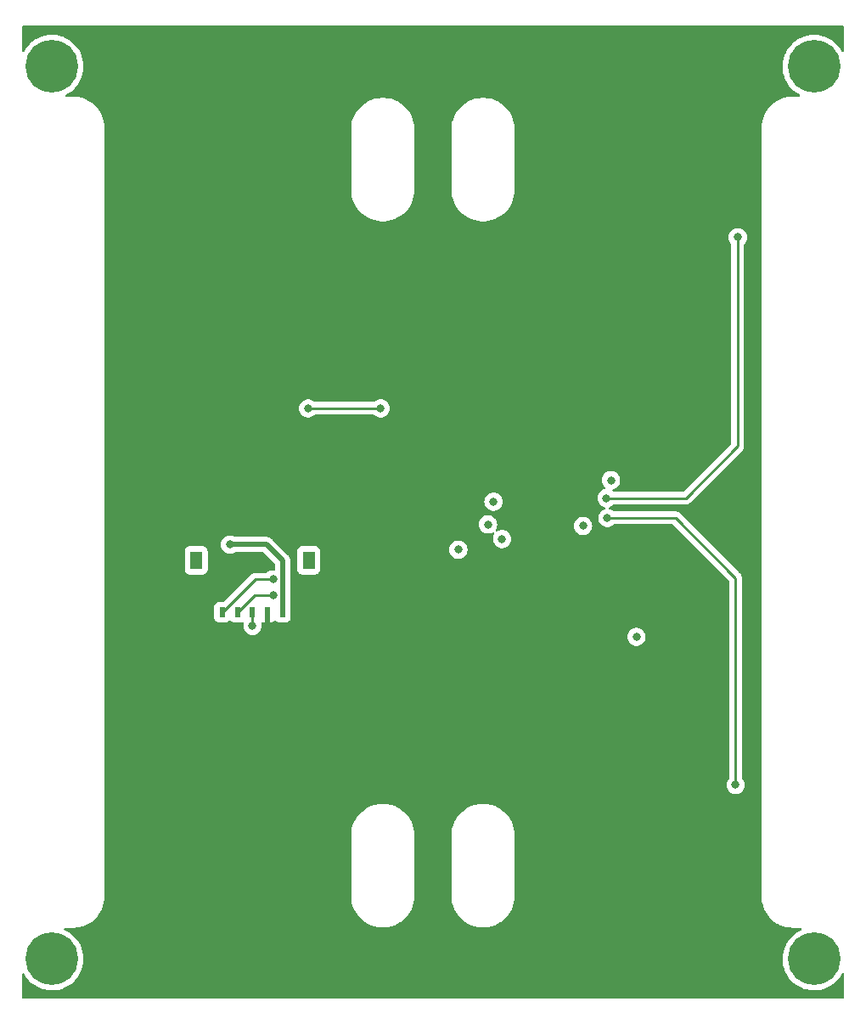
<source format=gbr>
%TF.GenerationSoftware,KiCad,Pcbnew,(6.0.11)*%
%TF.CreationDate,2023-03-22T15:14:06-07:00*%
%TF.ProjectId,solar-panel-NoCutout,736f6c61-722d-4706-916e-656c2d4e6f43,3.0*%
%TF.SameCoordinates,Original*%
%TF.FileFunction,Copper,L4,Bot*%
%TF.FilePolarity,Positive*%
%FSLAX46Y46*%
G04 Gerber Fmt 4.6, Leading zero omitted, Abs format (unit mm)*
G04 Created by KiCad (PCBNEW (6.0.11)) date 2023-03-22 15:14:06*
%MOMM*%
%LPD*%
G01*
G04 APERTURE LIST*
%TA.AperFunction,ComponentPad*%
%ADD10C,5.250000*%
%TD*%
%TA.AperFunction,SMDPad,CuDef*%
%ADD11R,0.600000X1.000000*%
%TD*%
%TA.AperFunction,SMDPad,CuDef*%
%ADD12R,1.250000X1.800000*%
%TD*%
%TA.AperFunction,ViaPad*%
%ADD13C,0.800000*%
%TD*%
%TA.AperFunction,Conductor*%
%ADD14C,0.250000*%
%TD*%
%TA.AperFunction,Conductor*%
%ADD15C,0.500000*%
%TD*%
G04 APERTURE END LIST*
D10*
%TO.P,J2,1,Pin_1*%
%TO.N,unconnected-(J2-Pad1)*%
X106500000Y-70300000D03*
%TD*%
%TO.P,J3,1,Pin_1*%
%TO.N,unconnected-(J3-Pad1)*%
X106500000Y-159300000D03*
%TD*%
%TO.P,J4,1,Pin_1*%
%TO.N,unconnected-(J4-Pad1)*%
X182500000Y-70300000D03*
%TD*%
%TO.P,J5,1,Pin_1*%
%TO.N,unconnected-(J5-Pad1)*%
X182500000Y-159300000D03*
%TD*%
D11*
%TO.P,J1,1,1*%
%TO.N,SDA*%
X123500000Y-124750000D03*
%TO.P,J1,2,2*%
%TO.N,SCL*%
X125000000Y-124750000D03*
%TO.P,J1,3,3*%
%TO.N,+3V3*%
X126499999Y-124750000D03*
%TO.P,J1,4,4*%
%TO.N,GND*%
X128000001Y-124750000D03*
%TO.P,J1,5,5*%
%TO.N,VSOLAR*%
X129500001Y-124750000D03*
D12*
%TO.P,J1,6,6*%
%TO.N,unconnected-(J1-Pad6)*%
X120895001Y-119560000D03*
%TO.P,J1,7,7*%
%TO.N,unconnected-(J1-Pad7)*%
X132104999Y-119560000D03*
%TD*%
D13*
%TO.N,GND*%
X168000000Y-156390000D03*
X156860000Y-113670000D03*
X160570000Y-109960000D03*
X144450000Y-156250000D03*
X149675000Y-112100000D03*
X121120000Y-156220000D03*
X124150000Y-116450000D03*
X137975000Y-112925000D03*
X160750000Y-114500000D03*
%TO.N,+3V3*%
X139300000Y-104410000D03*
X150540000Y-113710000D03*
X126510000Y-126100000D03*
X151390000Y-117440000D03*
X132050000Y-104410000D03*
%TO.N,VSOLAR*%
X124270000Y-118000000D03*
%TO.N,SDA*%
X147030000Y-118510000D03*
X128560000Y-121470000D03*
%TO.N,SCL*%
X128630000Y-123030000D03*
X149990000Y-115990000D03*
%TO.N,Net-(C3-Pad1)*%
X159470000Y-116130000D03*
X162260000Y-111570000D03*
%TO.N,Net-(U3-Pad7)*%
X161890000Y-115330000D03*
X174680000Y-141950000D03*
X161820000Y-113350000D03*
X164800000Y-127190000D03*
X174900000Y-87350000D03*
%TD*%
D14*
%TO.N,+3V3*%
X139300000Y-104410000D02*
X132050000Y-104410000D01*
X126499999Y-126089999D02*
X126510000Y-126100000D01*
X126499999Y-124750000D02*
X126499999Y-126089999D01*
D15*
%TO.N,VSOLAR*%
X129500001Y-119570001D02*
X129500001Y-124750000D01*
X127930000Y-118000000D02*
X129500001Y-119570001D01*
X124270000Y-118000000D02*
X127930000Y-118000000D01*
D14*
%TO.N,SDA*%
X126780000Y-121470000D02*
X128560000Y-121470000D01*
X123500000Y-124750000D02*
X126780000Y-121470000D01*
%TO.N,SCL*%
X125000000Y-124750000D02*
X126720000Y-123030000D01*
X126720000Y-123030000D02*
X128630000Y-123030000D01*
%TO.N,Net-(U3-Pad7)*%
X161820000Y-113350000D02*
X169720000Y-113350000D01*
X169720000Y-113350000D02*
X174900000Y-108170000D01*
X174900000Y-108170000D02*
X174900000Y-87350000D01*
X174680000Y-121310000D02*
X174680000Y-141950000D01*
X168700000Y-115330000D02*
X174680000Y-121310000D01*
X161890000Y-115330000D02*
X168700000Y-115330000D01*
%TD*%
%TA.AperFunction,Conductor*%
%TO.N,GND*%
G36*
X185433621Y-66278502D02*
G01*
X185480114Y-66332158D01*
X185491500Y-66384500D01*
X185491500Y-68746328D01*
X185471498Y-68814449D01*
X185417842Y-68860942D01*
X185347568Y-68871046D01*
X185282988Y-68841552D01*
X185255085Y-68807029D01*
X185163239Y-68639961D01*
X185163236Y-68639957D01*
X185161546Y-68636882D01*
X184959573Y-68350567D01*
X184726943Y-68088550D01*
X184724342Y-68086208D01*
X184724337Y-68086203D01*
X184469167Y-67856447D01*
X184469166Y-67856447D01*
X184466557Y-67854097D01*
X184428538Y-67826878D01*
X184184513Y-67652173D01*
X184184510Y-67652171D01*
X184181659Y-67650130D01*
X183875800Y-67479192D01*
X183552794Y-67343412D01*
X183549425Y-67342421D01*
X183549421Y-67342419D01*
X183401053Y-67298752D01*
X183216665Y-67244484D01*
X182940895Y-67195858D01*
X182875063Y-67184250D01*
X182875061Y-67184250D01*
X182871603Y-67183640D01*
X182868094Y-67183419D01*
X182868092Y-67183419D01*
X182525428Y-67161860D01*
X182525422Y-67161860D01*
X182521910Y-67161639D01*
X182424516Y-67166403D01*
X182175451Y-67178584D01*
X182175443Y-67178585D01*
X182171944Y-67178756D01*
X182168476Y-67179318D01*
X182168473Y-67179318D01*
X181829542Y-67234213D01*
X181829539Y-67234214D01*
X181826067Y-67234776D01*
X181822684Y-67235721D01*
X181822682Y-67235721D01*
X181787747Y-67245475D01*
X181488589Y-67329001D01*
X181485341Y-67330313D01*
X181485333Y-67330316D01*
X181166983Y-67458938D01*
X181166979Y-67458940D01*
X181163719Y-67460257D01*
X181160632Y-67461926D01*
X181160628Y-67461928D01*
X181131220Y-67477829D01*
X180855503Y-67626909D01*
X180567785Y-67826878D01*
X180565143Y-67829191D01*
X180565139Y-67829194D01*
X180326206Y-68038365D01*
X180304151Y-68057673D01*
X180067886Y-68316416D01*
X179861935Y-68599883D01*
X179860193Y-68602949D01*
X179860192Y-68602951D01*
X179839167Y-68639962D01*
X179688865Y-68904541D01*
X179550834Y-69226591D01*
X179449562Y-69562021D01*
X179386311Y-69906650D01*
X179361869Y-70256181D01*
X179376542Y-70606258D01*
X179430145Y-70952518D01*
X179522012Y-71290645D01*
X179523302Y-71293904D01*
X179523304Y-71293909D01*
X179572316Y-71417698D01*
X179650998Y-71616424D01*
X179652653Y-71619536D01*
X179652655Y-71619541D01*
X179712109Y-71731357D01*
X179815493Y-71925795D01*
X179817483Y-71928701D01*
X179817484Y-71928703D01*
X179891490Y-72036785D01*
X180013449Y-72214902D01*
X180242397Y-72480142D01*
X180499485Y-72718207D01*
X180781507Y-72926132D01*
X180784544Y-72927886D01*
X180784548Y-72927888D01*
X181059067Y-73086381D01*
X181108060Y-73137763D01*
X181121496Y-73207477D01*
X181095110Y-73273388D01*
X181037278Y-73314570D01*
X180996067Y-73321500D01*
X180475053Y-73321500D01*
X180453444Y-73319633D01*
X180440269Y-73317339D01*
X180440263Y-73317338D01*
X180435464Y-73316503D01*
X180422913Y-73316279D01*
X180418099Y-73316941D01*
X180416509Y-73317035D01*
X180407980Y-73317820D01*
X180268200Y-73324387D01*
X180091141Y-73332704D01*
X179762845Y-73383050D01*
X179759641Y-73383893D01*
X179759638Y-73383894D01*
X179681432Y-73404480D01*
X179441652Y-73467598D01*
X179131117Y-73585415D01*
X178834674Y-73735196D01*
X178831891Y-73736992D01*
X178558397Y-73913481D01*
X178558392Y-73913484D01*
X178555602Y-73915285D01*
X178296989Y-74123689D01*
X178061696Y-74358103D01*
X177852325Y-74615934D01*
X177671193Y-74894330D01*
X177520303Y-75190210D01*
X177519116Y-75193304D01*
X177519115Y-75193306D01*
X177493726Y-75259479D01*
X177401325Y-75500303D01*
X177400469Y-75503505D01*
X177400467Y-75503512D01*
X177358450Y-75660739D01*
X177315575Y-75821176D01*
X177264001Y-76149281D01*
X177258313Y-76261425D01*
X177248795Y-76449050D01*
X177247251Y-76463324D01*
X177246401Y-76468438D01*
X177246272Y-76480991D01*
X177246971Y-76485805D01*
X177246971Y-76485807D01*
X177250193Y-76507999D01*
X177251500Y-76526102D01*
X177251500Y-152986153D01*
X177249714Y-153007291D01*
X177246449Y-153026477D01*
X177246272Y-153039029D01*
X177246989Y-153044103D01*
X177248064Y-153055331D01*
X177248766Y-153069161D01*
X177264075Y-153370726D01*
X177264591Y-153374006D01*
X177313214Y-153683276D01*
X177315657Y-153698817D01*
X177316513Y-153702019D01*
X177316513Y-153702020D01*
X177400553Y-154016465D01*
X177400556Y-154016474D01*
X177401412Y-154019677D01*
X177402601Y-154022775D01*
X177402603Y-154022782D01*
X177408712Y-154038703D01*
X177520392Y-154329756D01*
X177521894Y-154332700D01*
X177521897Y-154332708D01*
X177669778Y-154622676D01*
X177671281Y-154625623D01*
X177852409Y-154904007D01*
X177854489Y-154906568D01*
X177854496Y-154906578D01*
X178045267Y-155141500D01*
X178061774Y-155161827D01*
X178098804Y-155198719D01*
X178282462Y-155381691D01*
X178297058Y-155396233D01*
X178299631Y-155398306D01*
X178299636Y-155398311D01*
X178475212Y-155539800D01*
X178555661Y-155604631D01*
X178558435Y-155606421D01*
X178558439Y-155606424D01*
X178579909Y-155620279D01*
X178834720Y-155784716D01*
X178837685Y-155786214D01*
X178837690Y-155786217D01*
X178857250Y-155796100D01*
X179131151Y-155934496D01*
X179441672Y-156052315D01*
X179444883Y-156053160D01*
X179444885Y-156053161D01*
X179445113Y-156053221D01*
X179762851Y-156136869D01*
X179766134Y-156137372D01*
X179766136Y-156137373D01*
X179993925Y-156172312D01*
X180091133Y-156187222D01*
X180094434Y-156187377D01*
X180094442Y-156187378D01*
X180390939Y-156201317D01*
X180405227Y-156202809D01*
X180405532Y-156202859D01*
X180405548Y-156202860D01*
X180410341Y-156203639D01*
X180415204Y-156203671D01*
X180415207Y-156203671D01*
X180416809Y-156203681D01*
X180422894Y-156203721D01*
X180448712Y-156199875D01*
X180467277Y-156198500D01*
X181163377Y-156198500D01*
X181231498Y-156218502D01*
X181277991Y-156272158D01*
X181288095Y-156342432D01*
X181258601Y-156407012D01*
X181210579Y-156441324D01*
X181163719Y-156460257D01*
X181160632Y-156461926D01*
X181160628Y-156461928D01*
X181131220Y-156477829D01*
X180855503Y-156626909D01*
X180567785Y-156826878D01*
X180565143Y-156829191D01*
X180565139Y-156829194D01*
X180326206Y-157038365D01*
X180304151Y-157057673D01*
X180067886Y-157316416D01*
X179861935Y-157599883D01*
X179860193Y-157602949D01*
X179860192Y-157602951D01*
X179839167Y-157639962D01*
X179688865Y-157904541D01*
X179550834Y-158226591D01*
X179449562Y-158562021D01*
X179386311Y-158906650D01*
X179361869Y-159256181D01*
X179376542Y-159606258D01*
X179430145Y-159952518D01*
X179522012Y-160290645D01*
X179523302Y-160293904D01*
X179523304Y-160293909D01*
X179572316Y-160417698D01*
X179650998Y-160616424D01*
X179652653Y-160619536D01*
X179652655Y-160619541D01*
X179712109Y-160731357D01*
X179815493Y-160925795D01*
X179817483Y-160928701D01*
X179817484Y-160928703D01*
X179891490Y-161036785D01*
X180013449Y-161214902D01*
X180242397Y-161480142D01*
X180499485Y-161718207D01*
X180781507Y-161926132D01*
X180784544Y-161927886D01*
X180784548Y-161927888D01*
X180945060Y-162020559D01*
X181084949Y-162101324D01*
X181088170Y-162102731D01*
X181402807Y-162240193D01*
X181402817Y-162240197D01*
X181406029Y-162241600D01*
X181409387Y-162242639D01*
X181409391Y-162242641D01*
X181545685Y-162284831D01*
X181740743Y-162345212D01*
X181744199Y-162345871D01*
X181744198Y-162345871D01*
X182081471Y-162410210D01*
X182081477Y-162410211D01*
X182084922Y-162410868D01*
X182316253Y-162428668D01*
X182430777Y-162437480D01*
X182430778Y-162437480D01*
X182434274Y-162437749D01*
X182666291Y-162429646D01*
X182780929Y-162425643D01*
X182780933Y-162425643D01*
X182784445Y-162425520D01*
X182787924Y-162425006D01*
X182787927Y-162425006D01*
X183127578Y-162374851D01*
X183127584Y-162374850D01*
X183131070Y-162374335D01*
X183134474Y-162373436D01*
X183134477Y-162373435D01*
X183466439Y-162285727D01*
X183466440Y-162285727D01*
X183469830Y-162284831D01*
X183796502Y-162158123D01*
X184107014Y-161995792D01*
X184397496Y-161799859D01*
X184664327Y-161572768D01*
X184749069Y-161482527D01*
X184901771Y-161319916D01*
X184901775Y-161319911D01*
X184904182Y-161317348D01*
X185114071Y-161036785D01*
X185219416Y-160857229D01*
X185256823Y-160793469D01*
X185308546Y-160744836D01*
X185378352Y-160731886D01*
X185444077Y-160758732D01*
X185484855Y-160816850D01*
X185491500Y-160857229D01*
X185491500Y-163115500D01*
X185471498Y-163183621D01*
X185417842Y-163230114D01*
X185365500Y-163241500D01*
X103634500Y-163241500D01*
X103566379Y-163221498D01*
X103519886Y-163167842D01*
X103508500Y-163115500D01*
X103508500Y-160853782D01*
X103528502Y-160785661D01*
X103582158Y-160739168D01*
X103652432Y-160729064D01*
X103717012Y-160758558D01*
X103745751Y-160794629D01*
X103815493Y-160925795D01*
X103817483Y-160928701D01*
X103817484Y-160928703D01*
X103891490Y-161036785D01*
X104013449Y-161214902D01*
X104242397Y-161480142D01*
X104499485Y-161718207D01*
X104781507Y-161926132D01*
X104784544Y-161927886D01*
X104784548Y-161927888D01*
X104945060Y-162020559D01*
X105084949Y-162101324D01*
X105088170Y-162102731D01*
X105402807Y-162240193D01*
X105402817Y-162240197D01*
X105406029Y-162241600D01*
X105409387Y-162242639D01*
X105409391Y-162242641D01*
X105545685Y-162284831D01*
X105740743Y-162345212D01*
X105744199Y-162345871D01*
X105744198Y-162345871D01*
X106081471Y-162410210D01*
X106081477Y-162410211D01*
X106084922Y-162410868D01*
X106316253Y-162428668D01*
X106430777Y-162437480D01*
X106430778Y-162437480D01*
X106434274Y-162437749D01*
X106666291Y-162429646D01*
X106780929Y-162425643D01*
X106780933Y-162425643D01*
X106784445Y-162425520D01*
X106787924Y-162425006D01*
X106787927Y-162425006D01*
X107127578Y-162374851D01*
X107127584Y-162374850D01*
X107131070Y-162374335D01*
X107134474Y-162373436D01*
X107134477Y-162373435D01*
X107466439Y-162285727D01*
X107466440Y-162285727D01*
X107469830Y-162284831D01*
X107796502Y-162158123D01*
X108107014Y-161995792D01*
X108397496Y-161799859D01*
X108664327Y-161572768D01*
X108749069Y-161482527D01*
X108901771Y-161319916D01*
X108901775Y-161319911D01*
X108904182Y-161317348D01*
X109114071Y-161036785D01*
X109291377Y-160734573D01*
X109293830Y-160729064D01*
X109432459Y-160417698D01*
X109432461Y-160417693D01*
X109433891Y-160414481D01*
X109539837Y-160080498D01*
X109607894Y-159736786D01*
X109637213Y-159387630D01*
X109638437Y-159300000D01*
X109636185Y-159259708D01*
X109619074Y-158953671D01*
X109618878Y-158950162D01*
X109560445Y-158604684D01*
X109463866Y-158267873D01*
X109416818Y-158153726D01*
X109331683Y-157947171D01*
X109331679Y-157947163D01*
X109330345Y-157943926D01*
X109161546Y-157636882D01*
X108959573Y-157350567D01*
X108726943Y-157088550D01*
X108724342Y-157086208D01*
X108724337Y-157086203D01*
X108469167Y-156856447D01*
X108469166Y-156856447D01*
X108466557Y-156854097D01*
X108428538Y-156826878D01*
X108184513Y-156652173D01*
X108184510Y-156652171D01*
X108181659Y-156650130D01*
X107875800Y-156479192D01*
X107819145Y-156455376D01*
X107784125Y-156440655D01*
X107729078Y-156395817D01*
X107707010Y-156328337D01*
X107724929Y-156259639D01*
X107777143Y-156211534D01*
X107832952Y-156198500D01*
X108524960Y-156198500D01*
X108546564Y-156200366D01*
X108559756Y-156202662D01*
X108559759Y-156202662D01*
X108564555Y-156203497D01*
X108569421Y-156203584D01*
X108569423Y-156203584D01*
X108570733Y-156203607D01*
X108577106Y-156203721D01*
X108581928Y-156203058D01*
X108583526Y-156202963D01*
X108592020Y-156202181D01*
X108738411Y-156195299D01*
X108905564Y-156187441D01*
X108905572Y-156187440D01*
X108908873Y-156187285D01*
X109098949Y-156158130D01*
X109233877Y-156137434D01*
X109233879Y-156137434D01*
X109237162Y-156136930D01*
X109472036Y-156075097D01*
X109555134Y-156053221D01*
X109555137Y-156053220D01*
X109558347Y-156052375D01*
X109868875Y-155934554D01*
X109871842Y-155933055D01*
X110162341Y-155786272D01*
X110162346Y-155786269D01*
X110165311Y-155784771D01*
X110324843Y-155681820D01*
X110441598Y-155606475D01*
X110441602Y-155606472D01*
X110444376Y-155604682D01*
X110557010Y-155513915D01*
X110700406Y-155398358D01*
X110700411Y-155398353D01*
X110702984Y-155396280D01*
X110938273Y-155161870D01*
X111032660Y-155045638D01*
X111145554Y-154906616D01*
X111145559Y-154906609D01*
X111147642Y-154904044D01*
X111328774Y-154625655D01*
X111330272Y-154622718D01*
X111330277Y-154622709D01*
X111478162Y-154332728D01*
X111479665Y-154329781D01*
X111480864Y-154326658D01*
X111597458Y-154022798D01*
X111598648Y-154019697D01*
X111684405Y-153698830D01*
X111686851Y-153683276D01*
X111735472Y-153374012D01*
X111735473Y-153374006D01*
X111735988Y-153370732D01*
X111751204Y-153070967D01*
X111752748Y-153056694D01*
X111753599Y-153051581D01*
X111753728Y-153039029D01*
X111751286Y-153022203D01*
X111749806Y-153012005D01*
X111748500Y-152993908D01*
X111748500Y-152993724D01*
X136336309Y-152993724D01*
X136337130Y-153000000D01*
X136336861Y-153000000D01*
X136355403Y-153341995D01*
X136410813Y-153679981D01*
X136502441Y-154009995D01*
X136629213Y-154328168D01*
X136789642Y-154630769D01*
X136791550Y-154633584D01*
X136791553Y-154633588D01*
X136941399Y-154854593D01*
X136981847Y-154914250D01*
X137203575Y-155175289D01*
X137452227Y-155410825D01*
X137724887Y-155618095D01*
X137727816Y-155619858D01*
X137727820Y-155619860D01*
X137776421Y-155649102D01*
X138018359Y-155794671D01*
X138329202Y-155938482D01*
X138332440Y-155939573D01*
X138332445Y-155939575D01*
X138650535Y-156046753D01*
X138650541Y-156046755D01*
X138653771Y-156047843D01*
X138677931Y-156053161D01*
X138984930Y-156120736D01*
X138984934Y-156120737D01*
X138988261Y-156121469D01*
X138991651Y-156121838D01*
X138991653Y-156121838D01*
X139049820Y-156128164D01*
X139328751Y-156158500D01*
X139671249Y-156158500D01*
X139950180Y-156128164D01*
X140008347Y-156121838D01*
X140008349Y-156121838D01*
X140011739Y-156121469D01*
X140015066Y-156120737D01*
X140015070Y-156120736D01*
X140322069Y-156053161D01*
X140346229Y-156047843D01*
X140349459Y-156046755D01*
X140349465Y-156046753D01*
X140667555Y-155939575D01*
X140667560Y-155939573D01*
X140670798Y-155938482D01*
X140981641Y-155794671D01*
X141223579Y-155649102D01*
X141272180Y-155619860D01*
X141272184Y-155619858D01*
X141275113Y-155618095D01*
X141547773Y-155410825D01*
X141796425Y-155175289D01*
X142018153Y-154914250D01*
X142058602Y-154854593D01*
X142208447Y-154633588D01*
X142208450Y-154633584D01*
X142210358Y-154630769D01*
X142370787Y-154328168D01*
X142497559Y-154009995D01*
X142589187Y-153679981D01*
X142644597Y-153341995D01*
X142659291Y-153070971D01*
X142661543Y-153029444D01*
X142662345Y-153022204D01*
X142662334Y-153022203D01*
X142662770Y-153017345D01*
X142663576Y-153012552D01*
X142663729Y-153000000D01*
X142662830Y-152993724D01*
X146336309Y-152993724D01*
X146337130Y-153000000D01*
X146336861Y-153000000D01*
X146355403Y-153341995D01*
X146410813Y-153679981D01*
X146502441Y-154009995D01*
X146629213Y-154328168D01*
X146789642Y-154630769D01*
X146791550Y-154633584D01*
X146791553Y-154633588D01*
X146941399Y-154854593D01*
X146981847Y-154914250D01*
X147203575Y-155175289D01*
X147452227Y-155410825D01*
X147724887Y-155618095D01*
X147727816Y-155619858D01*
X147727820Y-155619860D01*
X147776421Y-155649102D01*
X148018359Y-155794671D01*
X148329202Y-155938482D01*
X148332440Y-155939573D01*
X148332445Y-155939575D01*
X148650535Y-156046753D01*
X148650541Y-156046755D01*
X148653771Y-156047843D01*
X148677931Y-156053161D01*
X148984930Y-156120736D01*
X148984934Y-156120737D01*
X148988261Y-156121469D01*
X148991651Y-156121838D01*
X148991653Y-156121838D01*
X149049820Y-156128164D01*
X149328751Y-156158500D01*
X149671249Y-156158500D01*
X149950180Y-156128164D01*
X150008347Y-156121838D01*
X150008349Y-156121838D01*
X150011739Y-156121469D01*
X150015066Y-156120737D01*
X150015070Y-156120736D01*
X150322069Y-156053161D01*
X150346229Y-156047843D01*
X150349459Y-156046755D01*
X150349465Y-156046753D01*
X150667555Y-155939575D01*
X150667560Y-155939573D01*
X150670798Y-155938482D01*
X150981641Y-155794671D01*
X151223579Y-155649102D01*
X151272180Y-155619860D01*
X151272184Y-155619858D01*
X151275113Y-155618095D01*
X151547773Y-155410825D01*
X151796425Y-155175289D01*
X152018153Y-154914250D01*
X152058602Y-154854593D01*
X152208447Y-154633588D01*
X152208450Y-154633584D01*
X152210358Y-154630769D01*
X152370787Y-154328168D01*
X152497559Y-154009995D01*
X152589187Y-153679981D01*
X152644597Y-153341995D01*
X152659291Y-153070971D01*
X152661543Y-153029444D01*
X152662345Y-153022204D01*
X152662334Y-153022203D01*
X152662770Y-153017345D01*
X152663576Y-153012552D01*
X152663729Y-153000000D01*
X152659773Y-152972376D01*
X152658500Y-152954514D01*
X152658500Y-147053250D01*
X152660246Y-147032345D01*
X152662770Y-147017344D01*
X152662770Y-147017341D01*
X152663576Y-147012552D01*
X152663729Y-147000000D01*
X152663040Y-146995188D01*
X152662724Y-146990331D01*
X152662726Y-146990331D01*
X152662479Y-146987825D01*
X152662323Y-146984932D01*
X152655043Y-146850673D01*
X152644782Y-146661408D01*
X152644781Y-146661399D01*
X152644597Y-146658005D01*
X152589187Y-146320019D01*
X152497559Y-145990005D01*
X152370787Y-145671832D01*
X152210358Y-145369231D01*
X152208447Y-145366412D01*
X152020062Y-145088565D01*
X152020058Y-145088560D01*
X152018153Y-145085750D01*
X151796425Y-144824711D01*
X151547773Y-144589175D01*
X151275113Y-144381905D01*
X150981641Y-144205329D01*
X150670798Y-144061518D01*
X150667560Y-144060427D01*
X150667555Y-144060425D01*
X150349465Y-143953247D01*
X150349459Y-143953245D01*
X150346229Y-143952157D01*
X150248644Y-143930677D01*
X150015070Y-143879264D01*
X150015066Y-143879263D01*
X150011739Y-143878531D01*
X150008349Y-143878162D01*
X150008347Y-143878162D01*
X149950180Y-143871836D01*
X149671249Y-143841500D01*
X149328751Y-143841500D01*
X149049820Y-143871836D01*
X148991653Y-143878162D01*
X148991651Y-143878162D01*
X148988261Y-143878531D01*
X148984934Y-143879263D01*
X148984930Y-143879264D01*
X148751356Y-143930677D01*
X148653771Y-143952157D01*
X148650541Y-143953245D01*
X148650535Y-143953247D01*
X148332445Y-144060425D01*
X148332440Y-144060427D01*
X148329202Y-144061518D01*
X148018359Y-144205329D01*
X147724887Y-144381905D01*
X147452227Y-144589175D01*
X147203575Y-144824711D01*
X146981847Y-145085750D01*
X146979942Y-145088560D01*
X146979938Y-145088565D01*
X146791553Y-145366412D01*
X146789642Y-145369231D01*
X146629213Y-145671832D01*
X146502441Y-145990005D01*
X146410813Y-146320019D01*
X146355403Y-146658005D01*
X146355218Y-146661425D01*
X146338021Y-146978611D01*
X146337733Y-146981360D01*
X146337712Y-146983122D01*
X146337769Y-146983258D01*
X146337678Y-146984932D01*
X146336309Y-146993724D01*
X146336940Y-146998548D01*
X146336861Y-147000000D01*
X146337130Y-147000000D01*
X146337958Y-147006332D01*
X146340436Y-147025283D01*
X146341500Y-147041620D01*
X146341500Y-152950633D01*
X146340000Y-152970018D01*
X146336309Y-152993724D01*
X142662830Y-152993724D01*
X142659773Y-152972376D01*
X142658500Y-152954514D01*
X142658500Y-147053250D01*
X142660246Y-147032345D01*
X142662770Y-147017344D01*
X142662770Y-147017341D01*
X142663576Y-147012552D01*
X142663729Y-147000000D01*
X142663040Y-146995188D01*
X142662724Y-146990331D01*
X142662726Y-146990331D01*
X142662479Y-146987825D01*
X142662323Y-146984932D01*
X142655043Y-146850673D01*
X142644782Y-146661408D01*
X142644781Y-146661399D01*
X142644597Y-146658005D01*
X142589187Y-146320019D01*
X142497559Y-145990005D01*
X142370787Y-145671832D01*
X142210358Y-145369231D01*
X142208447Y-145366412D01*
X142020062Y-145088565D01*
X142020058Y-145088560D01*
X142018153Y-145085750D01*
X141796425Y-144824711D01*
X141547773Y-144589175D01*
X141275113Y-144381905D01*
X140981641Y-144205329D01*
X140670798Y-144061518D01*
X140667560Y-144060427D01*
X140667555Y-144060425D01*
X140349465Y-143953247D01*
X140349459Y-143953245D01*
X140346229Y-143952157D01*
X140248644Y-143930677D01*
X140015070Y-143879264D01*
X140015066Y-143879263D01*
X140011739Y-143878531D01*
X140008349Y-143878162D01*
X140008347Y-143878162D01*
X139950180Y-143871836D01*
X139671249Y-143841500D01*
X139328751Y-143841500D01*
X139049820Y-143871836D01*
X138991653Y-143878162D01*
X138991651Y-143878162D01*
X138988261Y-143878531D01*
X138984934Y-143879263D01*
X138984930Y-143879264D01*
X138751356Y-143930677D01*
X138653771Y-143952157D01*
X138650541Y-143953245D01*
X138650535Y-143953247D01*
X138332445Y-144060425D01*
X138332440Y-144060427D01*
X138329202Y-144061518D01*
X138018359Y-144205329D01*
X137724887Y-144381905D01*
X137452227Y-144589175D01*
X137203575Y-144824711D01*
X136981847Y-145085750D01*
X136979942Y-145088560D01*
X136979938Y-145088565D01*
X136791553Y-145366412D01*
X136789642Y-145369231D01*
X136629213Y-145671832D01*
X136502441Y-145990005D01*
X136410813Y-146320019D01*
X136355403Y-146658005D01*
X136355218Y-146661425D01*
X136338021Y-146978611D01*
X136337733Y-146981360D01*
X136337712Y-146983122D01*
X136337769Y-146983258D01*
X136337678Y-146984932D01*
X136336309Y-146993724D01*
X136336940Y-146998548D01*
X136336861Y-147000000D01*
X136337130Y-147000000D01*
X136337958Y-147006332D01*
X136340436Y-147025283D01*
X136341500Y-147041620D01*
X136341500Y-152950633D01*
X136340000Y-152970018D01*
X136336309Y-152993724D01*
X111748500Y-152993724D01*
X111748500Y-127190000D01*
X163886496Y-127190000D01*
X163906458Y-127379928D01*
X163965473Y-127561556D01*
X164060960Y-127726944D01*
X164188747Y-127868866D01*
X164343248Y-127981118D01*
X164349276Y-127983802D01*
X164349278Y-127983803D01*
X164511681Y-128056109D01*
X164517712Y-128058794D01*
X164611112Y-128078647D01*
X164698056Y-128097128D01*
X164698061Y-128097128D01*
X164704513Y-128098500D01*
X164895487Y-128098500D01*
X164901939Y-128097128D01*
X164901944Y-128097128D01*
X164988888Y-128078647D01*
X165082288Y-128058794D01*
X165088319Y-128056109D01*
X165250722Y-127983803D01*
X165250724Y-127983802D01*
X165256752Y-127981118D01*
X165411253Y-127868866D01*
X165539040Y-127726944D01*
X165634527Y-127561556D01*
X165693542Y-127379928D01*
X165713504Y-127190000D01*
X165693542Y-127000072D01*
X165634527Y-126818444D01*
X165613919Y-126782749D01*
X165542341Y-126658774D01*
X165539040Y-126653056D01*
X165411253Y-126511134D01*
X165256752Y-126398882D01*
X165250724Y-126396198D01*
X165250722Y-126396197D01*
X165088319Y-126323891D01*
X165088318Y-126323891D01*
X165082288Y-126321206D01*
X164988887Y-126301353D01*
X164901944Y-126282872D01*
X164901939Y-126282872D01*
X164895487Y-126281500D01*
X164704513Y-126281500D01*
X164698061Y-126282872D01*
X164698056Y-126282872D01*
X164611113Y-126301353D01*
X164517712Y-126321206D01*
X164511682Y-126323891D01*
X164511681Y-126323891D01*
X164349278Y-126396197D01*
X164349276Y-126396198D01*
X164343248Y-126398882D01*
X164188747Y-126511134D01*
X164060960Y-126653056D01*
X164057659Y-126658774D01*
X163986082Y-126782749D01*
X163965473Y-126818444D01*
X163906458Y-127000072D01*
X163886496Y-127190000D01*
X111748500Y-127190000D01*
X111748500Y-125298134D01*
X122691500Y-125298134D01*
X122698255Y-125360316D01*
X122749385Y-125496705D01*
X122836739Y-125613261D01*
X122953295Y-125700615D01*
X123089684Y-125751745D01*
X123151866Y-125758500D01*
X123848134Y-125758500D01*
X123910316Y-125751745D01*
X124046705Y-125700615D01*
X124163261Y-125613261D01*
X124164187Y-125612026D01*
X124223217Y-125579792D01*
X124294032Y-125584857D01*
X124335355Y-125611414D01*
X124336739Y-125613261D01*
X124453295Y-125700615D01*
X124589684Y-125751745D01*
X124651866Y-125758500D01*
X125348134Y-125758500D01*
X125410316Y-125751745D01*
X125417712Y-125748973D01*
X125417718Y-125748971D01*
X125458754Y-125733587D01*
X125529561Y-125728404D01*
X125591930Y-125762325D01*
X125626059Y-125824581D01*
X125622816Y-125890504D01*
X125616458Y-125910072D01*
X125596496Y-126100000D01*
X125616458Y-126289928D01*
X125675473Y-126471556D01*
X125678776Y-126477278D01*
X125678777Y-126477279D01*
X125698323Y-126511134D01*
X125770960Y-126636944D01*
X125898747Y-126778866D01*
X126053248Y-126891118D01*
X126059276Y-126893802D01*
X126059278Y-126893803D01*
X126221681Y-126966109D01*
X126227712Y-126968794D01*
X126321112Y-126988647D01*
X126408056Y-127007128D01*
X126408061Y-127007128D01*
X126414513Y-127008500D01*
X126605487Y-127008500D01*
X126611939Y-127007128D01*
X126611944Y-127007128D01*
X126698888Y-126988647D01*
X126792288Y-126968794D01*
X126798319Y-126966109D01*
X126960722Y-126893803D01*
X126960724Y-126893802D01*
X126966752Y-126891118D01*
X127121253Y-126778866D01*
X127249040Y-126636944D01*
X127321677Y-126511134D01*
X127341223Y-126477279D01*
X127341224Y-126477278D01*
X127344527Y-126471556D01*
X127403542Y-126289928D01*
X127423504Y-126100000D01*
X127403542Y-125910072D01*
X127401501Y-125903790D01*
X127399760Y-125898430D01*
X127397735Y-125827463D01*
X127434399Y-125766666D01*
X127498112Y-125735343D01*
X127563825Y-125741516D01*
X127582399Y-125748479D01*
X127597650Y-125752105D01*
X127648515Y-125757631D01*
X127655329Y-125758000D01*
X127727886Y-125758000D01*
X127743125Y-125753525D01*
X127744330Y-125752135D01*
X127746001Y-125744452D01*
X127746001Y-124622000D01*
X127766003Y-124553879D01*
X127819659Y-124507386D01*
X127872001Y-124496000D01*
X128128001Y-124496000D01*
X128196122Y-124516002D01*
X128242615Y-124569658D01*
X128254001Y-124622000D01*
X128254001Y-125739884D01*
X128258476Y-125755123D01*
X128259866Y-125756328D01*
X128267549Y-125757999D01*
X128344670Y-125757999D01*
X128351491Y-125757629D01*
X128402353Y-125752105D01*
X128417605Y-125748479D01*
X128538055Y-125703324D01*
X128553650Y-125694786D01*
X128655725Y-125618285D01*
X128660549Y-125613461D01*
X128722861Y-125579435D01*
X128793676Y-125584500D01*
X128835172Y-125611168D01*
X128836740Y-125613261D01*
X128953296Y-125700615D01*
X129089685Y-125751745D01*
X129151867Y-125758500D01*
X129848135Y-125758500D01*
X129910317Y-125751745D01*
X130046706Y-125700615D01*
X130163262Y-125613261D01*
X130250616Y-125496705D01*
X130301746Y-125360316D01*
X130308501Y-125298134D01*
X130308501Y-124201866D01*
X130308132Y-124198469D01*
X130302599Y-124147534D01*
X130302599Y-124147532D01*
X130301746Y-124139684D01*
X130298973Y-124132285D01*
X130266519Y-124045716D01*
X130258501Y-124001487D01*
X130258501Y-120508134D01*
X130971499Y-120508134D01*
X130978254Y-120570316D01*
X131029384Y-120706705D01*
X131116738Y-120823261D01*
X131233294Y-120910615D01*
X131369683Y-120961745D01*
X131431865Y-120968500D01*
X132778133Y-120968500D01*
X132840315Y-120961745D01*
X132976704Y-120910615D01*
X133093260Y-120823261D01*
X133180614Y-120706705D01*
X133231744Y-120570316D01*
X133238499Y-120508134D01*
X133238499Y-118611866D01*
X133231744Y-118549684D01*
X133216867Y-118510000D01*
X146116496Y-118510000D01*
X146117186Y-118516565D01*
X146127562Y-118615283D01*
X146136458Y-118699928D01*
X146195473Y-118881556D01*
X146290960Y-119046944D01*
X146418747Y-119188866D01*
X146573248Y-119301118D01*
X146579276Y-119303802D01*
X146579278Y-119303803D01*
X146628469Y-119325704D01*
X146747712Y-119378794D01*
X146820756Y-119394320D01*
X146928056Y-119417128D01*
X146928061Y-119417128D01*
X146934513Y-119418500D01*
X147125487Y-119418500D01*
X147131939Y-119417128D01*
X147131944Y-119417128D01*
X147239244Y-119394320D01*
X147312288Y-119378794D01*
X147431531Y-119325704D01*
X147480722Y-119303803D01*
X147480724Y-119303802D01*
X147486752Y-119301118D01*
X147641253Y-119188866D01*
X147769040Y-119046944D01*
X147864527Y-118881556D01*
X147923542Y-118699928D01*
X147932439Y-118615283D01*
X147942814Y-118516565D01*
X147943504Y-118510000D01*
X147923542Y-118320072D01*
X147864527Y-118138444D01*
X147855466Y-118122749D01*
X147772341Y-117978774D01*
X147769040Y-117973056D01*
X147641253Y-117831134D01*
X147486752Y-117718882D01*
X147480724Y-117716198D01*
X147480722Y-117716197D01*
X147318319Y-117643891D01*
X147318318Y-117643891D01*
X147312288Y-117641206D01*
X147218888Y-117621353D01*
X147131944Y-117602872D01*
X147131939Y-117602872D01*
X147125487Y-117601500D01*
X146934513Y-117601500D01*
X146928061Y-117602872D01*
X146928056Y-117602872D01*
X146841112Y-117621353D01*
X146747712Y-117641206D01*
X146741682Y-117643891D01*
X146741681Y-117643891D01*
X146579278Y-117716197D01*
X146579276Y-117716198D01*
X146573248Y-117718882D01*
X146418747Y-117831134D01*
X146290960Y-117973056D01*
X146287659Y-117978774D01*
X146204535Y-118122749D01*
X146195473Y-118138444D01*
X146136458Y-118320072D01*
X146116496Y-118510000D01*
X133216867Y-118510000D01*
X133180614Y-118413295D01*
X133093260Y-118296739D01*
X132976704Y-118209385D01*
X132840315Y-118158255D01*
X132778133Y-118151500D01*
X131431865Y-118151500D01*
X131369683Y-118158255D01*
X131233294Y-118209385D01*
X131116738Y-118296739D01*
X131029384Y-118413295D01*
X130978254Y-118549684D01*
X130971499Y-118611866D01*
X130971499Y-120508134D01*
X130258501Y-120508134D01*
X130258501Y-119637071D01*
X130259934Y-119618121D01*
X130262100Y-119603886D01*
X130262100Y-119603882D01*
X130263200Y-119596652D01*
X130258916Y-119543983D01*
X130258501Y-119533768D01*
X130258501Y-119525708D01*
X130255210Y-119497481D01*
X130254779Y-119493122D01*
X130249454Y-119427661D01*
X130248861Y-119420365D01*
X130246606Y-119413404D01*
X130245419Y-119407464D01*
X130244030Y-119401589D01*
X130243183Y-119394320D01*
X130218265Y-119325671D01*
X130216848Y-119321543D01*
X130196608Y-119259065D01*
X130196607Y-119259063D01*
X130194352Y-119252102D01*
X130190556Y-119245847D01*
X130188050Y-119240373D01*
X130185331Y-119234943D01*
X130182834Y-119228064D01*
X130159680Y-119192749D01*
X130142815Y-119167025D01*
X130140468Y-119163306D01*
X130102596Y-119100894D01*
X130095198Y-119092517D01*
X130095225Y-119092493D01*
X130092572Y-119089501D01*
X130089869Y-119086268D01*
X130085857Y-119080149D01*
X130029618Y-119026873D01*
X130027176Y-119024495D01*
X128513770Y-117511089D01*
X128501384Y-117496677D01*
X128492851Y-117485082D01*
X128492846Y-117485077D01*
X128488508Y-117479182D01*
X128482930Y-117474443D01*
X128482927Y-117474440D01*
X128448232Y-117444965D01*
X128440716Y-117438035D01*
X128435021Y-117432340D01*
X128428880Y-117427482D01*
X128412749Y-117414719D01*
X128409345Y-117411928D01*
X128359297Y-117369409D01*
X128359295Y-117369408D01*
X128353715Y-117364667D01*
X128347199Y-117361339D01*
X128342150Y-117357972D01*
X128337021Y-117354805D01*
X128331284Y-117350266D01*
X128265125Y-117319345D01*
X128261225Y-117317439D01*
X128260857Y-117317251D01*
X128196192Y-117284231D01*
X128189084Y-117282492D01*
X128183441Y-117280393D01*
X128177678Y-117278476D01*
X128171050Y-117275378D01*
X128099583Y-117260513D01*
X128095299Y-117259543D01*
X128083415Y-117256635D01*
X128024390Y-117242192D01*
X128018788Y-117241844D01*
X128018785Y-117241844D01*
X128013236Y-117241500D01*
X128013238Y-117241464D01*
X128009245Y-117241225D01*
X128005053Y-117240851D01*
X127997885Y-117239360D01*
X127931675Y-117241151D01*
X127920479Y-117241454D01*
X127917072Y-117241500D01*
X124812587Y-117241500D01*
X124738528Y-117217437D01*
X124732098Y-117212765D01*
X124732091Y-117212761D01*
X124726752Y-117208882D01*
X124720724Y-117206198D01*
X124720722Y-117206197D01*
X124558319Y-117133891D01*
X124558318Y-117133891D01*
X124552288Y-117131206D01*
X124458888Y-117111353D01*
X124371944Y-117092872D01*
X124371939Y-117092872D01*
X124365487Y-117091500D01*
X124174513Y-117091500D01*
X124168061Y-117092872D01*
X124168056Y-117092872D01*
X124081112Y-117111353D01*
X123987712Y-117131206D01*
X123981682Y-117133891D01*
X123981681Y-117133891D01*
X123819278Y-117206197D01*
X123819276Y-117206198D01*
X123813248Y-117208882D01*
X123807907Y-117212762D01*
X123807906Y-117212763D01*
X123801473Y-117217437D01*
X123658747Y-117321134D01*
X123654326Y-117326044D01*
X123654325Y-117326045D01*
X123545809Y-117446565D01*
X123530960Y-117463056D01*
X123435473Y-117628444D01*
X123376458Y-117810072D01*
X123375768Y-117816633D01*
X123375768Y-117816635D01*
X123374652Y-117827251D01*
X123356496Y-118000000D01*
X123357186Y-118006565D01*
X123373421Y-118161029D01*
X123376458Y-118189928D01*
X123435473Y-118371556D01*
X123530960Y-118536944D01*
X123658747Y-118678866D01*
X123696377Y-118706206D01*
X123807904Y-118787235D01*
X123813248Y-118791118D01*
X123819276Y-118793802D01*
X123819278Y-118793803D01*
X123981681Y-118866109D01*
X123987712Y-118868794D01*
X124074677Y-118887279D01*
X124168056Y-118907128D01*
X124168061Y-118907128D01*
X124174513Y-118908500D01*
X124365487Y-118908500D01*
X124371939Y-118907128D01*
X124371944Y-118907128D01*
X124465323Y-118887279D01*
X124552288Y-118868794D01*
X124558319Y-118866109D01*
X124720722Y-118793803D01*
X124720724Y-118793802D01*
X124726752Y-118791118D01*
X124732091Y-118787239D01*
X124732098Y-118787235D01*
X124738528Y-118782563D01*
X124812587Y-118758500D01*
X127563629Y-118758500D01*
X127631750Y-118778502D01*
X127652724Y-118795405D01*
X128704596Y-119847277D01*
X128738622Y-119909589D01*
X128741501Y-119936372D01*
X128741501Y-120435500D01*
X128721499Y-120503621D01*
X128667843Y-120550114D01*
X128615501Y-120561500D01*
X128464513Y-120561500D01*
X128458061Y-120562872D01*
X128458056Y-120562872D01*
X128378499Y-120579783D01*
X128277712Y-120601206D01*
X128271682Y-120603891D01*
X128271681Y-120603891D01*
X128109278Y-120676197D01*
X128109276Y-120676198D01*
X128103248Y-120678882D01*
X128097907Y-120682762D01*
X128097906Y-120682763D01*
X128064953Y-120706705D01*
X127948747Y-120791134D01*
X127944332Y-120796037D01*
X127939420Y-120800460D01*
X127938295Y-120799211D01*
X127884986Y-120832051D01*
X127851800Y-120836500D01*
X126858763Y-120836500D01*
X126847579Y-120835973D01*
X126840091Y-120834299D01*
X126832168Y-120834548D01*
X126772033Y-120836438D01*
X126768075Y-120836500D01*
X126740144Y-120836500D01*
X126736229Y-120836995D01*
X126736225Y-120836995D01*
X126736167Y-120837003D01*
X126736138Y-120837006D01*
X126724296Y-120837939D01*
X126680110Y-120839327D01*
X126662744Y-120844372D01*
X126660658Y-120844978D01*
X126641306Y-120848986D01*
X126629068Y-120850532D01*
X126629066Y-120850533D01*
X126621203Y-120851526D01*
X126580086Y-120867806D01*
X126568885Y-120871641D01*
X126526406Y-120883982D01*
X126519587Y-120888015D01*
X126519582Y-120888017D01*
X126508971Y-120894293D01*
X126491221Y-120902990D01*
X126472383Y-120910448D01*
X126465967Y-120915109D01*
X126465966Y-120915110D01*
X126436625Y-120936428D01*
X126426701Y-120942947D01*
X126395460Y-120961422D01*
X126395455Y-120961426D01*
X126388637Y-120965458D01*
X126374313Y-120979782D01*
X126359281Y-120992621D01*
X126342893Y-121004528D01*
X126329090Y-121021213D01*
X126314712Y-121038593D01*
X126306722Y-121047373D01*
X123649500Y-123704595D01*
X123587188Y-123738621D01*
X123560405Y-123741500D01*
X123151866Y-123741500D01*
X123089684Y-123748255D01*
X122953295Y-123799385D01*
X122836739Y-123886739D01*
X122749385Y-124003295D01*
X122698255Y-124139684D01*
X122691500Y-124201866D01*
X122691500Y-125298134D01*
X111748500Y-125298134D01*
X111748500Y-120508134D01*
X119761501Y-120508134D01*
X119768256Y-120570316D01*
X119819386Y-120706705D01*
X119906740Y-120823261D01*
X120023296Y-120910615D01*
X120159685Y-120961745D01*
X120221867Y-120968500D01*
X121568135Y-120968500D01*
X121630317Y-120961745D01*
X121766706Y-120910615D01*
X121883262Y-120823261D01*
X121970616Y-120706705D01*
X122021746Y-120570316D01*
X122028501Y-120508134D01*
X122028501Y-118611866D01*
X122021746Y-118549684D01*
X121970616Y-118413295D01*
X121883262Y-118296739D01*
X121766706Y-118209385D01*
X121630317Y-118158255D01*
X121568135Y-118151500D01*
X120221867Y-118151500D01*
X120159685Y-118158255D01*
X120023296Y-118209385D01*
X119906740Y-118296739D01*
X119819386Y-118413295D01*
X119768256Y-118549684D01*
X119761501Y-118611866D01*
X119761501Y-120508134D01*
X111748500Y-120508134D01*
X111748500Y-115990000D01*
X149076496Y-115990000D01*
X149096458Y-116179928D01*
X149155473Y-116361556D01*
X149250960Y-116526944D01*
X149255378Y-116531851D01*
X149255379Y-116531852D01*
X149293231Y-116573891D01*
X149378747Y-116668866D01*
X149533248Y-116781118D01*
X149539276Y-116783802D01*
X149539278Y-116783803D01*
X149664392Y-116839507D01*
X149707712Y-116858794D01*
X149801112Y-116878647D01*
X149888056Y-116897128D01*
X149888061Y-116897128D01*
X149894513Y-116898500D01*
X150085487Y-116898500D01*
X150091939Y-116897128D01*
X150091944Y-116897128D01*
X150178888Y-116878647D01*
X150272288Y-116858794D01*
X150315608Y-116839507D01*
X150440722Y-116783803D01*
X150440724Y-116783802D01*
X150446752Y-116781118D01*
X150452097Y-116777235D01*
X150452112Y-116777226D01*
X150521106Y-116760484D01*
X150588199Y-116783702D01*
X150632089Y-116839507D01*
X150638841Y-116910182D01*
X150624236Y-116949342D01*
X150594893Y-117000166D01*
X150555473Y-117068444D01*
X150496458Y-117250072D01*
X150495768Y-117256633D01*
X150495768Y-117256635D01*
X150489273Y-117318430D01*
X150476496Y-117440000D01*
X150477186Y-117446565D01*
X150495701Y-117622721D01*
X150496458Y-117629928D01*
X150555473Y-117811556D01*
X150558776Y-117817278D01*
X150558777Y-117817279D01*
X150566776Y-117831134D01*
X150650960Y-117976944D01*
X150655378Y-117981851D01*
X150655379Y-117981852D01*
X150671720Y-118000000D01*
X150778747Y-118118866D01*
X150933248Y-118231118D01*
X150939276Y-118233802D01*
X150939278Y-118233803D01*
X151101681Y-118306109D01*
X151107712Y-118308794D01*
X151191647Y-118326635D01*
X151288056Y-118347128D01*
X151288061Y-118347128D01*
X151294513Y-118348500D01*
X151485487Y-118348500D01*
X151491939Y-118347128D01*
X151491944Y-118347128D01*
X151588353Y-118326635D01*
X151672288Y-118308794D01*
X151678319Y-118306109D01*
X151840722Y-118233803D01*
X151840724Y-118233802D01*
X151846752Y-118231118D01*
X152001253Y-118118866D01*
X152108280Y-118000000D01*
X152124621Y-117981852D01*
X152124622Y-117981851D01*
X152129040Y-117976944D01*
X152213224Y-117831134D01*
X152221223Y-117817279D01*
X152221224Y-117817278D01*
X152224527Y-117811556D01*
X152283542Y-117629928D01*
X152284300Y-117622721D01*
X152302814Y-117446565D01*
X152303504Y-117440000D01*
X152290727Y-117318430D01*
X152284232Y-117256635D01*
X152284232Y-117256633D01*
X152283542Y-117250072D01*
X152224527Y-117068444D01*
X152129040Y-116903056D01*
X152123703Y-116897128D01*
X152005675Y-116766045D01*
X152005674Y-116766044D01*
X152001253Y-116761134D01*
X151846752Y-116648882D01*
X151840724Y-116646198D01*
X151840722Y-116646197D01*
X151678319Y-116573891D01*
X151678318Y-116573891D01*
X151672288Y-116571206D01*
X151578887Y-116551353D01*
X151491944Y-116532872D01*
X151491939Y-116532872D01*
X151485487Y-116531500D01*
X151294513Y-116531500D01*
X151288061Y-116532872D01*
X151288056Y-116532872D01*
X151201113Y-116551353D01*
X151107712Y-116571206D01*
X151101682Y-116573891D01*
X151101681Y-116573891D01*
X150939278Y-116646197D01*
X150939276Y-116646198D01*
X150933248Y-116648882D01*
X150927903Y-116652765D01*
X150927888Y-116652774D01*
X150858894Y-116669516D01*
X150791801Y-116646298D01*
X150747911Y-116590493D01*
X150741159Y-116519818D01*
X150755764Y-116480658D01*
X150821223Y-116367279D01*
X150821224Y-116367278D01*
X150824527Y-116361556D01*
X150883542Y-116179928D01*
X150888790Y-116130000D01*
X158556496Y-116130000D01*
X158576458Y-116319928D01*
X158635473Y-116501556D01*
X158638776Y-116507278D01*
X158638777Y-116507279D01*
X158650131Y-116526944D01*
X158730960Y-116666944D01*
X158735378Y-116671851D01*
X158735379Y-116671852D01*
X158836089Y-116783702D01*
X158858747Y-116808866D01*
X159013248Y-116921118D01*
X159019276Y-116923802D01*
X159019278Y-116923803D01*
X159076640Y-116949342D01*
X159187712Y-116998794D01*
X159281113Y-117018647D01*
X159368056Y-117037128D01*
X159368061Y-117037128D01*
X159374513Y-117038500D01*
X159565487Y-117038500D01*
X159571939Y-117037128D01*
X159571944Y-117037128D01*
X159658887Y-117018647D01*
X159752288Y-116998794D01*
X159863360Y-116949342D01*
X159920722Y-116923803D01*
X159920724Y-116923802D01*
X159926752Y-116921118D01*
X160081253Y-116808866D01*
X160103911Y-116783702D01*
X160204621Y-116671852D01*
X160204622Y-116671851D01*
X160209040Y-116666944D01*
X160289869Y-116526944D01*
X160301223Y-116507279D01*
X160301224Y-116507278D01*
X160304527Y-116501556D01*
X160363542Y-116319928D01*
X160383504Y-116130000D01*
X160371180Y-116012745D01*
X160364232Y-115946635D01*
X160364232Y-115946633D01*
X160363542Y-115940072D01*
X160304527Y-115758444D01*
X160209040Y-115593056D01*
X160081253Y-115451134D01*
X159926752Y-115338882D01*
X159920724Y-115336198D01*
X159920722Y-115336197D01*
X159758319Y-115263891D01*
X159758318Y-115263891D01*
X159752288Y-115261206D01*
X159658888Y-115241353D01*
X159571944Y-115222872D01*
X159571939Y-115222872D01*
X159565487Y-115221500D01*
X159374513Y-115221500D01*
X159368061Y-115222872D01*
X159368056Y-115222872D01*
X159281112Y-115241353D01*
X159187712Y-115261206D01*
X159181682Y-115263891D01*
X159181681Y-115263891D01*
X159019278Y-115336197D01*
X159019276Y-115336198D01*
X159013248Y-115338882D01*
X158858747Y-115451134D01*
X158730960Y-115593056D01*
X158635473Y-115758444D01*
X158576458Y-115940072D01*
X158575768Y-115946633D01*
X158575768Y-115946635D01*
X158568820Y-116012745D01*
X158556496Y-116130000D01*
X150888790Y-116130000D01*
X150903504Y-115990000D01*
X150891086Y-115871852D01*
X150884232Y-115806635D01*
X150884232Y-115806633D01*
X150883542Y-115800072D01*
X150824527Y-115618444D01*
X150813171Y-115598774D01*
X150732341Y-115458774D01*
X150729040Y-115453056D01*
X150626238Y-115338882D01*
X150605675Y-115316045D01*
X150605674Y-115316044D01*
X150601253Y-115311134D01*
X150446752Y-115198882D01*
X150440724Y-115196198D01*
X150440722Y-115196197D01*
X150278319Y-115123891D01*
X150278318Y-115123891D01*
X150272288Y-115121206D01*
X150178887Y-115101353D01*
X150091944Y-115082872D01*
X150091939Y-115082872D01*
X150085487Y-115081500D01*
X149894513Y-115081500D01*
X149888061Y-115082872D01*
X149888056Y-115082872D01*
X149801113Y-115101353D01*
X149707712Y-115121206D01*
X149701682Y-115123891D01*
X149701681Y-115123891D01*
X149539278Y-115196197D01*
X149539276Y-115196198D01*
X149533248Y-115198882D01*
X149378747Y-115311134D01*
X149374326Y-115316044D01*
X149374325Y-115316045D01*
X149353763Y-115338882D01*
X149250960Y-115453056D01*
X149247659Y-115458774D01*
X149166830Y-115598774D01*
X149155473Y-115618444D01*
X149096458Y-115800072D01*
X149095768Y-115806633D01*
X149095768Y-115806635D01*
X149088914Y-115871852D01*
X149076496Y-115990000D01*
X111748500Y-115990000D01*
X111748500Y-113710000D01*
X149626496Y-113710000D01*
X149627186Y-113716565D01*
X149640183Y-113840221D01*
X149646458Y-113899928D01*
X149705473Y-114081556D01*
X149708776Y-114087278D01*
X149708777Y-114087279D01*
X149739861Y-114141118D01*
X149800960Y-114246944D01*
X149928747Y-114388866D01*
X150083248Y-114501118D01*
X150089276Y-114503802D01*
X150089278Y-114503803D01*
X150251681Y-114576109D01*
X150257712Y-114578794D01*
X150351112Y-114598647D01*
X150438056Y-114617128D01*
X150438061Y-114617128D01*
X150444513Y-114618500D01*
X150635487Y-114618500D01*
X150641939Y-114617128D01*
X150641944Y-114617128D01*
X150728888Y-114598647D01*
X150822288Y-114578794D01*
X150828319Y-114576109D01*
X150990722Y-114503803D01*
X150990724Y-114503802D01*
X150996752Y-114501118D01*
X151151253Y-114388866D01*
X151279040Y-114246944D01*
X151340139Y-114141118D01*
X151371223Y-114087279D01*
X151371224Y-114087278D01*
X151374527Y-114081556D01*
X151433542Y-113899928D01*
X151439818Y-113840221D01*
X151452814Y-113716565D01*
X151453504Y-113710000D01*
X151433542Y-113520072D01*
X151378282Y-113350000D01*
X160906496Y-113350000D01*
X160926458Y-113539928D01*
X160985473Y-113721556D01*
X161080960Y-113886944D01*
X161085378Y-113891851D01*
X161085379Y-113891852D01*
X161167452Y-113983003D01*
X161208747Y-114028866D01*
X161363248Y-114141118D01*
X161369276Y-114143802D01*
X161369278Y-114143803D01*
X161531681Y-114216109D01*
X161537712Y-114218794D01*
X161574305Y-114226572D01*
X161636778Y-114260300D01*
X161671100Y-114322450D01*
X161666372Y-114393289D01*
X161624096Y-114450326D01*
X161599357Y-114464926D01*
X161439278Y-114536197D01*
X161439276Y-114536198D01*
X161433248Y-114538882D01*
X161278747Y-114651134D01*
X161274326Y-114656044D01*
X161274325Y-114656045D01*
X161165203Y-114777238D01*
X161150960Y-114793056D01*
X161055473Y-114958444D01*
X160996458Y-115140072D01*
X160976496Y-115330000D01*
X160977186Y-115336565D01*
X160990031Y-115458774D01*
X160996458Y-115519928D01*
X161055473Y-115701556D01*
X161150960Y-115866944D01*
X161278747Y-116008866D01*
X161433248Y-116121118D01*
X161439276Y-116123802D01*
X161439278Y-116123803D01*
X161601681Y-116196109D01*
X161607712Y-116198794D01*
X161701112Y-116218647D01*
X161788056Y-116237128D01*
X161788061Y-116237128D01*
X161794513Y-116238500D01*
X161985487Y-116238500D01*
X161991939Y-116237128D01*
X161991944Y-116237128D01*
X162078888Y-116218647D01*
X162172288Y-116198794D01*
X162178319Y-116196109D01*
X162340722Y-116123803D01*
X162340724Y-116123802D01*
X162346752Y-116121118D01*
X162501253Y-116008866D01*
X162505668Y-116003963D01*
X162510580Y-115999540D01*
X162511705Y-116000789D01*
X162565014Y-115967949D01*
X162598200Y-115963500D01*
X168385406Y-115963500D01*
X168453527Y-115983502D01*
X168474501Y-116000405D01*
X174009595Y-121535500D01*
X174043621Y-121597812D01*
X174046500Y-121624595D01*
X174046500Y-141247476D01*
X174026498Y-141315597D01*
X174014142Y-141331779D01*
X173940960Y-141413056D01*
X173845473Y-141578444D01*
X173786458Y-141760072D01*
X173766496Y-141950000D01*
X173786458Y-142139928D01*
X173845473Y-142321556D01*
X173940960Y-142486944D01*
X174068747Y-142628866D01*
X174223248Y-142741118D01*
X174229276Y-142743802D01*
X174229278Y-142743803D01*
X174391681Y-142816109D01*
X174397712Y-142818794D01*
X174491113Y-142838647D01*
X174578056Y-142857128D01*
X174578061Y-142857128D01*
X174584513Y-142858500D01*
X174775487Y-142858500D01*
X174781939Y-142857128D01*
X174781944Y-142857128D01*
X174868887Y-142838647D01*
X174962288Y-142818794D01*
X174968319Y-142816109D01*
X175130722Y-142743803D01*
X175130724Y-142743802D01*
X175136752Y-142741118D01*
X175291253Y-142628866D01*
X175419040Y-142486944D01*
X175514527Y-142321556D01*
X175573542Y-142139928D01*
X175593504Y-141950000D01*
X175573542Y-141760072D01*
X175514527Y-141578444D01*
X175419040Y-141413056D01*
X175345863Y-141331785D01*
X175315147Y-141267779D01*
X175313500Y-141247476D01*
X175313500Y-121388767D01*
X175314027Y-121377584D01*
X175315702Y-121370091D01*
X175313562Y-121302014D01*
X175313500Y-121298055D01*
X175313500Y-121270144D01*
X175312995Y-121266144D01*
X175312062Y-121254301D01*
X175310922Y-121218029D01*
X175310673Y-121210110D01*
X175305022Y-121190658D01*
X175301014Y-121171306D01*
X175299467Y-121159063D01*
X175298474Y-121151203D01*
X175295556Y-121143832D01*
X175282200Y-121110097D01*
X175278355Y-121098870D01*
X175277721Y-121096687D01*
X175266018Y-121056407D01*
X175260676Y-121047373D01*
X175255707Y-121038972D01*
X175247012Y-121021224D01*
X175239552Y-121002383D01*
X175213564Y-120966613D01*
X175207048Y-120956693D01*
X175188580Y-120925465D01*
X175188578Y-120925462D01*
X175184542Y-120918638D01*
X175170221Y-120904317D01*
X175157380Y-120889283D01*
X175156460Y-120888017D01*
X175145472Y-120872893D01*
X175111395Y-120844702D01*
X175102616Y-120836712D01*
X169203652Y-114937747D01*
X169196112Y-114929461D01*
X169192000Y-114922982D01*
X169142348Y-114876356D01*
X169139507Y-114873602D01*
X169119770Y-114853865D01*
X169116573Y-114851385D01*
X169107551Y-114843680D01*
X169081100Y-114818841D01*
X169075321Y-114813414D01*
X169068375Y-114809595D01*
X169068372Y-114809593D01*
X169057566Y-114803652D01*
X169041047Y-114792801D01*
X169035048Y-114788148D01*
X169025041Y-114780386D01*
X169017772Y-114777241D01*
X169017768Y-114777238D01*
X168984463Y-114762826D01*
X168973813Y-114757609D01*
X168935060Y-114736305D01*
X168915437Y-114731267D01*
X168896734Y-114724863D01*
X168885420Y-114719967D01*
X168885419Y-114719967D01*
X168878145Y-114716819D01*
X168870322Y-114715580D01*
X168870312Y-114715577D01*
X168834476Y-114709901D01*
X168822856Y-114707495D01*
X168787711Y-114698472D01*
X168787710Y-114698472D01*
X168780030Y-114696500D01*
X168759776Y-114696500D01*
X168740065Y-114694949D01*
X168727886Y-114693020D01*
X168720057Y-114691780D01*
X168712165Y-114692526D01*
X168676039Y-114695941D01*
X168664181Y-114696500D01*
X162598200Y-114696500D01*
X162530079Y-114676498D01*
X162510853Y-114660157D01*
X162510580Y-114660460D01*
X162505668Y-114656037D01*
X162501253Y-114651134D01*
X162401686Y-114578794D01*
X162352094Y-114542763D01*
X162352093Y-114542762D01*
X162346752Y-114538882D01*
X162340724Y-114536198D01*
X162340722Y-114536197D01*
X162178319Y-114463891D01*
X162178318Y-114463891D01*
X162172288Y-114461206D01*
X162135695Y-114453428D01*
X162073222Y-114419700D01*
X162038900Y-114357550D01*
X162043628Y-114286711D01*
X162085904Y-114229674D01*
X162110643Y-114215074D01*
X162270722Y-114143803D01*
X162270724Y-114143802D01*
X162276752Y-114141118D01*
X162431253Y-114028866D01*
X162435668Y-114023963D01*
X162440580Y-114019540D01*
X162441705Y-114020789D01*
X162495014Y-113987949D01*
X162528200Y-113983500D01*
X169641233Y-113983500D01*
X169652416Y-113984027D01*
X169659909Y-113985702D01*
X169667835Y-113985453D01*
X169667836Y-113985453D01*
X169727986Y-113983562D01*
X169731945Y-113983500D01*
X169759856Y-113983500D01*
X169763791Y-113983003D01*
X169763856Y-113982995D01*
X169775693Y-113982062D01*
X169807951Y-113981048D01*
X169811970Y-113980922D01*
X169819889Y-113980673D01*
X169839343Y-113975021D01*
X169858700Y-113971013D01*
X169870930Y-113969468D01*
X169870931Y-113969468D01*
X169878797Y-113968474D01*
X169886168Y-113965555D01*
X169886170Y-113965555D01*
X169919912Y-113952196D01*
X169931142Y-113948351D01*
X169965983Y-113938229D01*
X169965984Y-113938229D01*
X169973593Y-113936018D01*
X169980412Y-113931985D01*
X169980417Y-113931983D01*
X169991028Y-113925707D01*
X170008776Y-113917012D01*
X170027617Y-113909552D01*
X170063387Y-113883564D01*
X170073307Y-113877048D01*
X170104535Y-113858580D01*
X170104538Y-113858578D01*
X170111362Y-113854542D01*
X170125683Y-113840221D01*
X170140717Y-113827380D01*
X170150694Y-113820131D01*
X170157107Y-113815472D01*
X170185298Y-113781395D01*
X170193288Y-113772616D01*
X175292247Y-108673657D01*
X175300537Y-108666113D01*
X175307018Y-108662000D01*
X175353659Y-108612332D01*
X175356413Y-108609491D01*
X175376134Y-108589770D01*
X175378612Y-108586575D01*
X175386318Y-108577553D01*
X175411158Y-108551101D01*
X175416586Y-108545321D01*
X175426346Y-108527568D01*
X175437199Y-108511045D01*
X175444753Y-108501306D01*
X175449613Y-108495041D01*
X175467176Y-108454457D01*
X175472383Y-108443827D01*
X175493695Y-108405060D01*
X175495666Y-108397383D01*
X175495668Y-108397378D01*
X175498732Y-108385442D01*
X175505138Y-108366730D01*
X175510033Y-108355419D01*
X175513181Y-108348145D01*
X175514421Y-108340317D01*
X175514423Y-108340310D01*
X175520099Y-108304476D01*
X175522505Y-108292856D01*
X175531528Y-108257711D01*
X175531528Y-108257710D01*
X175533500Y-108250030D01*
X175533500Y-108229776D01*
X175535051Y-108210065D01*
X175536980Y-108197886D01*
X175538220Y-108190057D01*
X175534059Y-108146038D01*
X175533500Y-108134181D01*
X175533500Y-88052524D01*
X175553502Y-87984403D01*
X175565858Y-87968221D01*
X175639040Y-87886944D01*
X175734527Y-87721556D01*
X175793542Y-87539928D01*
X175813504Y-87350000D01*
X175793542Y-87160072D01*
X175734527Y-86978444D01*
X175639040Y-86813056D01*
X175511253Y-86671134D01*
X175356752Y-86558882D01*
X175350724Y-86556198D01*
X175350722Y-86556197D01*
X175188319Y-86483891D01*
X175188318Y-86483891D01*
X175182288Y-86481206D01*
X175088888Y-86461353D01*
X175001944Y-86442872D01*
X175001939Y-86442872D01*
X174995487Y-86441500D01*
X174804513Y-86441500D01*
X174798061Y-86442872D01*
X174798056Y-86442872D01*
X174711112Y-86461353D01*
X174617712Y-86481206D01*
X174611682Y-86483891D01*
X174611681Y-86483891D01*
X174449278Y-86556197D01*
X174449276Y-86556198D01*
X174443248Y-86558882D01*
X174288747Y-86671134D01*
X174160960Y-86813056D01*
X174065473Y-86978444D01*
X174006458Y-87160072D01*
X173986496Y-87350000D01*
X174006458Y-87539928D01*
X174065473Y-87721556D01*
X174160960Y-87886944D01*
X174234137Y-87968215D01*
X174264853Y-88032221D01*
X174266500Y-88052524D01*
X174266500Y-107855405D01*
X174246498Y-107923526D01*
X174229595Y-107944500D01*
X169494500Y-112679595D01*
X169432188Y-112713621D01*
X169405405Y-112716500D01*
X162528200Y-112716500D01*
X162460079Y-112696498D01*
X162440854Y-112680158D01*
X162440581Y-112680461D01*
X162435669Y-112676038D01*
X162431253Y-112671134D01*
X162426499Y-112667680D01*
X162389399Y-112607464D01*
X162390749Y-112536480D01*
X162430261Y-112477495D01*
X162484751Y-112451024D01*
X162490769Y-112449745D01*
X162542288Y-112438794D01*
X162666425Y-112383525D01*
X162710722Y-112363803D01*
X162710724Y-112363802D01*
X162716752Y-112361118D01*
X162871253Y-112248866D01*
X162999040Y-112106944D01*
X163094527Y-111941556D01*
X163153542Y-111759928D01*
X163173504Y-111570000D01*
X163153542Y-111380072D01*
X163094527Y-111198444D01*
X162999040Y-111033056D01*
X162871253Y-110891134D01*
X162716752Y-110778882D01*
X162710724Y-110776198D01*
X162710722Y-110776197D01*
X162548319Y-110703891D01*
X162548318Y-110703891D01*
X162542288Y-110701206D01*
X162448888Y-110681353D01*
X162361944Y-110662872D01*
X162361939Y-110662872D01*
X162355487Y-110661500D01*
X162164513Y-110661500D01*
X162158061Y-110662872D01*
X162158056Y-110662872D01*
X162071113Y-110681353D01*
X161977712Y-110701206D01*
X161971682Y-110703891D01*
X161971681Y-110703891D01*
X161809278Y-110776197D01*
X161809276Y-110776198D01*
X161803248Y-110778882D01*
X161648747Y-110891134D01*
X161520960Y-111033056D01*
X161425473Y-111198444D01*
X161366458Y-111380072D01*
X161346496Y-111570000D01*
X161366458Y-111759928D01*
X161425473Y-111941556D01*
X161520960Y-112106944D01*
X161648747Y-112248866D01*
X161653505Y-112252323D01*
X161690603Y-112312541D01*
X161689250Y-112383525D01*
X161649735Y-112442509D01*
X161595249Y-112468976D01*
X161537712Y-112481206D01*
X161531682Y-112483891D01*
X161531681Y-112483891D01*
X161369278Y-112556197D01*
X161369276Y-112556198D01*
X161363248Y-112558882D01*
X161208747Y-112671134D01*
X161204326Y-112676044D01*
X161204325Y-112676045D01*
X161170492Y-112713621D01*
X161080960Y-112813056D01*
X161022686Y-112913990D01*
X161017621Y-112922763D01*
X160985473Y-112978444D01*
X160926458Y-113160072D01*
X160906496Y-113350000D01*
X151378282Y-113350000D01*
X151374527Y-113338444D01*
X151279040Y-113173056D01*
X151261697Y-113153794D01*
X151155675Y-113036045D01*
X151155674Y-113036044D01*
X151151253Y-113031134D01*
X150996752Y-112918882D01*
X150990724Y-112916198D01*
X150990722Y-112916197D01*
X150828319Y-112843891D01*
X150828318Y-112843891D01*
X150822288Y-112841206D01*
X150728888Y-112821353D01*
X150641944Y-112802872D01*
X150641939Y-112802872D01*
X150635487Y-112801500D01*
X150444513Y-112801500D01*
X150438061Y-112802872D01*
X150438056Y-112802872D01*
X150351113Y-112821353D01*
X150257712Y-112841206D01*
X150251682Y-112843891D01*
X150251681Y-112843891D01*
X150089278Y-112916197D01*
X150089276Y-112916198D01*
X150083248Y-112918882D01*
X149928747Y-113031134D01*
X149924326Y-113036044D01*
X149924325Y-113036045D01*
X149818304Y-113153794D01*
X149800960Y-113173056D01*
X149705473Y-113338444D01*
X149646458Y-113520072D01*
X149626496Y-113710000D01*
X111748500Y-113710000D01*
X111748500Y-104410000D01*
X131136496Y-104410000D01*
X131156458Y-104599928D01*
X131215473Y-104781556D01*
X131310960Y-104946944D01*
X131438747Y-105088866D01*
X131593248Y-105201118D01*
X131599276Y-105203802D01*
X131599278Y-105203803D01*
X131761681Y-105276109D01*
X131767712Y-105278794D01*
X131861112Y-105298647D01*
X131948056Y-105317128D01*
X131948061Y-105317128D01*
X131954513Y-105318500D01*
X132145487Y-105318500D01*
X132151939Y-105317128D01*
X132151944Y-105317128D01*
X132238888Y-105298647D01*
X132332288Y-105278794D01*
X132338319Y-105276109D01*
X132500722Y-105203803D01*
X132500724Y-105203802D01*
X132506752Y-105201118D01*
X132661253Y-105088866D01*
X132665668Y-105083963D01*
X132670580Y-105079540D01*
X132671705Y-105080789D01*
X132725014Y-105047949D01*
X132758200Y-105043500D01*
X138591800Y-105043500D01*
X138659921Y-105063502D01*
X138679147Y-105079843D01*
X138679420Y-105079540D01*
X138684332Y-105083963D01*
X138688747Y-105088866D01*
X138843248Y-105201118D01*
X138849276Y-105203802D01*
X138849278Y-105203803D01*
X139011681Y-105276109D01*
X139017712Y-105278794D01*
X139111112Y-105298647D01*
X139198056Y-105317128D01*
X139198061Y-105317128D01*
X139204513Y-105318500D01*
X139395487Y-105318500D01*
X139401939Y-105317128D01*
X139401944Y-105317128D01*
X139488888Y-105298647D01*
X139582288Y-105278794D01*
X139588319Y-105276109D01*
X139750722Y-105203803D01*
X139750724Y-105203802D01*
X139756752Y-105201118D01*
X139911253Y-105088866D01*
X140039040Y-104946944D01*
X140134527Y-104781556D01*
X140193542Y-104599928D01*
X140213504Y-104410000D01*
X140193542Y-104220072D01*
X140134527Y-104038444D01*
X140039040Y-103873056D01*
X139911253Y-103731134D01*
X139756752Y-103618882D01*
X139750724Y-103616198D01*
X139750722Y-103616197D01*
X139588319Y-103543891D01*
X139588318Y-103543891D01*
X139582288Y-103541206D01*
X139488888Y-103521353D01*
X139401944Y-103502872D01*
X139401939Y-103502872D01*
X139395487Y-103501500D01*
X139204513Y-103501500D01*
X139198061Y-103502872D01*
X139198056Y-103502872D01*
X139111113Y-103521353D01*
X139017712Y-103541206D01*
X139011682Y-103543891D01*
X139011681Y-103543891D01*
X138849278Y-103616197D01*
X138849276Y-103616198D01*
X138843248Y-103618882D01*
X138688747Y-103731134D01*
X138684332Y-103736037D01*
X138679420Y-103740460D01*
X138678295Y-103739211D01*
X138624986Y-103772051D01*
X138591800Y-103776500D01*
X132758200Y-103776500D01*
X132690079Y-103756498D01*
X132670853Y-103740157D01*
X132670580Y-103740460D01*
X132665668Y-103736037D01*
X132661253Y-103731134D01*
X132506752Y-103618882D01*
X132500724Y-103616198D01*
X132500722Y-103616197D01*
X132338319Y-103543891D01*
X132338318Y-103543891D01*
X132332288Y-103541206D01*
X132238888Y-103521353D01*
X132151944Y-103502872D01*
X132151939Y-103502872D01*
X132145487Y-103501500D01*
X131954513Y-103501500D01*
X131948061Y-103502872D01*
X131948056Y-103502872D01*
X131861113Y-103521353D01*
X131767712Y-103541206D01*
X131761682Y-103543891D01*
X131761681Y-103543891D01*
X131599278Y-103616197D01*
X131599276Y-103616198D01*
X131593248Y-103618882D01*
X131438747Y-103731134D01*
X131310960Y-103873056D01*
X131215473Y-104038444D01*
X131156458Y-104220072D01*
X131136496Y-104410000D01*
X111748500Y-104410000D01*
X111748500Y-82593724D01*
X136336309Y-82593724D01*
X136337130Y-82600000D01*
X136336861Y-82600000D01*
X136355403Y-82941995D01*
X136410813Y-83279981D01*
X136502441Y-83609995D01*
X136629213Y-83928168D01*
X136789642Y-84230769D01*
X136791550Y-84233584D01*
X136791553Y-84233588D01*
X136941399Y-84454593D01*
X136981847Y-84514250D01*
X137203575Y-84775289D01*
X137452227Y-85010825D01*
X137724887Y-85218095D01*
X138018359Y-85394671D01*
X138329202Y-85538482D01*
X138332440Y-85539573D01*
X138332445Y-85539575D01*
X138650535Y-85646753D01*
X138650541Y-85646755D01*
X138653771Y-85647843D01*
X138657107Y-85648577D01*
X138657106Y-85648577D01*
X138984930Y-85720736D01*
X138984934Y-85720737D01*
X138988261Y-85721469D01*
X138991651Y-85721838D01*
X138991653Y-85721838D01*
X139049820Y-85728164D01*
X139328751Y-85758500D01*
X139671249Y-85758500D01*
X139950180Y-85728164D01*
X140008347Y-85721838D01*
X140008349Y-85721838D01*
X140011739Y-85721469D01*
X140015066Y-85720737D01*
X140015070Y-85720736D01*
X140342894Y-85648577D01*
X140342893Y-85648577D01*
X140346229Y-85647843D01*
X140349459Y-85646755D01*
X140349465Y-85646753D01*
X140667555Y-85539575D01*
X140667560Y-85539573D01*
X140670798Y-85538482D01*
X140981641Y-85394671D01*
X141275113Y-85218095D01*
X141547773Y-85010825D01*
X141796425Y-84775289D01*
X142018153Y-84514250D01*
X142058602Y-84454593D01*
X142208447Y-84233588D01*
X142208450Y-84233584D01*
X142210358Y-84230769D01*
X142370787Y-83928168D01*
X142497559Y-83609995D01*
X142589187Y-83279981D01*
X142644597Y-82941995D01*
X142661543Y-82629444D01*
X142662345Y-82622204D01*
X142662334Y-82622203D01*
X142662770Y-82617345D01*
X142663576Y-82612552D01*
X142663729Y-82600000D01*
X142662830Y-82593724D01*
X146336309Y-82593724D01*
X146337130Y-82600000D01*
X146336861Y-82600000D01*
X146355403Y-82941995D01*
X146410813Y-83279981D01*
X146502441Y-83609995D01*
X146629213Y-83928168D01*
X146789642Y-84230769D01*
X146791550Y-84233584D01*
X146791553Y-84233588D01*
X146941399Y-84454593D01*
X146981847Y-84514250D01*
X147203575Y-84775289D01*
X147452227Y-85010825D01*
X147724887Y-85218095D01*
X148018359Y-85394671D01*
X148329202Y-85538482D01*
X148332440Y-85539573D01*
X148332445Y-85539575D01*
X148650535Y-85646753D01*
X148650541Y-85646755D01*
X148653771Y-85647843D01*
X148657107Y-85648577D01*
X148657106Y-85648577D01*
X148984930Y-85720736D01*
X148984934Y-85720737D01*
X148988261Y-85721469D01*
X148991651Y-85721838D01*
X148991653Y-85721838D01*
X149049820Y-85728164D01*
X149328751Y-85758500D01*
X149671249Y-85758500D01*
X149950180Y-85728164D01*
X150008347Y-85721838D01*
X150008349Y-85721838D01*
X150011739Y-85721469D01*
X150015066Y-85720737D01*
X150015070Y-85720736D01*
X150342894Y-85648577D01*
X150342893Y-85648577D01*
X150346229Y-85647843D01*
X150349459Y-85646755D01*
X150349465Y-85646753D01*
X150667555Y-85539575D01*
X150667560Y-85539573D01*
X150670798Y-85538482D01*
X150981641Y-85394671D01*
X151275113Y-85218095D01*
X151547773Y-85010825D01*
X151796425Y-84775289D01*
X152018153Y-84514250D01*
X152058602Y-84454593D01*
X152208447Y-84233588D01*
X152208450Y-84233584D01*
X152210358Y-84230769D01*
X152370787Y-83928168D01*
X152497559Y-83609995D01*
X152589187Y-83279981D01*
X152644597Y-82941995D01*
X152661543Y-82629444D01*
X152662345Y-82622204D01*
X152662334Y-82622203D01*
X152662770Y-82617345D01*
X152663576Y-82612552D01*
X152663729Y-82600000D01*
X152659773Y-82572376D01*
X152658500Y-82554514D01*
X152658500Y-76653250D01*
X152660246Y-76632345D01*
X152662770Y-76617344D01*
X152662770Y-76617341D01*
X152663576Y-76612552D01*
X152663729Y-76600000D01*
X152663040Y-76595188D01*
X152662724Y-76590331D01*
X152662726Y-76590331D01*
X152662479Y-76587825D01*
X152662323Y-76584932D01*
X152654955Y-76449050D01*
X152644782Y-76261408D01*
X152644781Y-76261399D01*
X152644597Y-76258005D01*
X152589187Y-75920019D01*
X152497559Y-75590005D01*
X152370787Y-75271832D01*
X152210358Y-74969231D01*
X152208447Y-74966412D01*
X152020062Y-74688565D01*
X152020058Y-74688560D01*
X152018153Y-74685750D01*
X151796425Y-74424711D01*
X151547773Y-74189175D01*
X151275113Y-73981905D01*
X150981641Y-73805329D01*
X150670798Y-73661518D01*
X150667560Y-73660427D01*
X150667555Y-73660425D01*
X150349465Y-73553247D01*
X150349459Y-73553245D01*
X150346229Y-73552157D01*
X150248644Y-73530677D01*
X150015070Y-73479264D01*
X150015066Y-73479263D01*
X150011739Y-73478531D01*
X150008349Y-73478162D01*
X150008347Y-73478162D01*
X149950180Y-73471836D01*
X149671249Y-73441500D01*
X149328751Y-73441500D01*
X149049820Y-73471836D01*
X148991653Y-73478162D01*
X148991651Y-73478162D01*
X148988261Y-73478531D01*
X148984934Y-73479263D01*
X148984930Y-73479264D01*
X148751356Y-73530677D01*
X148653771Y-73552157D01*
X148650541Y-73553245D01*
X148650535Y-73553247D01*
X148332445Y-73660425D01*
X148332440Y-73660427D01*
X148329202Y-73661518D01*
X148018359Y-73805329D01*
X147724887Y-73981905D01*
X147452227Y-74189175D01*
X147203575Y-74424711D01*
X146981847Y-74685750D01*
X146979942Y-74688560D01*
X146979938Y-74688565D01*
X146791553Y-74966412D01*
X146789642Y-74969231D01*
X146629213Y-75271832D01*
X146502441Y-75590005D01*
X146410813Y-75920019D01*
X146355403Y-76258005D01*
X146343050Y-76485847D01*
X146338021Y-76578611D01*
X146337733Y-76581360D01*
X146337712Y-76583122D01*
X146337769Y-76583258D01*
X146337678Y-76584932D01*
X146336309Y-76593724D01*
X146336940Y-76598548D01*
X146336861Y-76600000D01*
X146337130Y-76600000D01*
X146337958Y-76606332D01*
X146340436Y-76625283D01*
X146341500Y-76641620D01*
X146341500Y-82550633D01*
X146340000Y-82570018D01*
X146336309Y-82593724D01*
X142662830Y-82593724D01*
X142659773Y-82572376D01*
X142658500Y-82554514D01*
X142658500Y-76653250D01*
X142660246Y-76632345D01*
X142662770Y-76617344D01*
X142662770Y-76617341D01*
X142663576Y-76612552D01*
X142663729Y-76600000D01*
X142663040Y-76595188D01*
X142662724Y-76590331D01*
X142662726Y-76590331D01*
X142662479Y-76587825D01*
X142662323Y-76584932D01*
X142654955Y-76449050D01*
X142644782Y-76261408D01*
X142644781Y-76261399D01*
X142644597Y-76258005D01*
X142589187Y-75920019D01*
X142497559Y-75590005D01*
X142370787Y-75271832D01*
X142210358Y-74969231D01*
X142208447Y-74966412D01*
X142020062Y-74688565D01*
X142020058Y-74688560D01*
X142018153Y-74685750D01*
X141796425Y-74424711D01*
X141547773Y-74189175D01*
X141275113Y-73981905D01*
X140981641Y-73805329D01*
X140670798Y-73661518D01*
X140667560Y-73660427D01*
X140667555Y-73660425D01*
X140349465Y-73553247D01*
X140349459Y-73553245D01*
X140346229Y-73552157D01*
X140248644Y-73530677D01*
X140015070Y-73479264D01*
X140015066Y-73479263D01*
X140011739Y-73478531D01*
X140008349Y-73478162D01*
X140008347Y-73478162D01*
X139950180Y-73471836D01*
X139671249Y-73441500D01*
X139328751Y-73441500D01*
X139049820Y-73471836D01*
X138991653Y-73478162D01*
X138991651Y-73478162D01*
X138988261Y-73478531D01*
X138984934Y-73479263D01*
X138984930Y-73479264D01*
X138751356Y-73530677D01*
X138653771Y-73552157D01*
X138650541Y-73553245D01*
X138650535Y-73553247D01*
X138332445Y-73660425D01*
X138332440Y-73660427D01*
X138329202Y-73661518D01*
X138018359Y-73805329D01*
X137724887Y-73981905D01*
X137452227Y-74189175D01*
X137203575Y-74424711D01*
X136981847Y-74685750D01*
X136979942Y-74688560D01*
X136979938Y-74688565D01*
X136791553Y-74966412D01*
X136789642Y-74969231D01*
X136629213Y-75271832D01*
X136502441Y-75590005D01*
X136410813Y-75920019D01*
X136355403Y-76258005D01*
X136343050Y-76485847D01*
X136338021Y-76578611D01*
X136337733Y-76581360D01*
X136337712Y-76583122D01*
X136337769Y-76583258D01*
X136337678Y-76584932D01*
X136336309Y-76593724D01*
X136336940Y-76598548D01*
X136336861Y-76600000D01*
X136337130Y-76600000D01*
X136337958Y-76606332D01*
X136340436Y-76625283D01*
X136341500Y-76641620D01*
X136341500Y-82550633D01*
X136340000Y-82570018D01*
X136336309Y-82593724D01*
X111748500Y-82593724D01*
X111748500Y-76533847D01*
X111750286Y-76512708D01*
X111752734Y-76498324D01*
X111752734Y-76498323D01*
X111753551Y-76493523D01*
X111753728Y-76480971D01*
X111753046Y-76476143D01*
X111752970Y-76474938D01*
X111752094Y-76465785D01*
X111736193Y-76152581D01*
X111736025Y-76149267D01*
X111684441Y-75821167D01*
X111598682Y-75500300D01*
X111591382Y-75481274D01*
X111480884Y-75193311D01*
X111480882Y-75193306D01*
X111479696Y-75190215D01*
X111328800Y-74894342D01*
X111194909Y-74688565D01*
X111149473Y-74618734D01*
X111149471Y-74618732D01*
X111147664Y-74615954D01*
X111145563Y-74613366D01*
X111032661Y-74474339D01*
X110938290Y-74358131D01*
X110702995Y-74123724D01*
X110598813Y-74039771D01*
X110446968Y-73917409D01*
X110446958Y-73917401D01*
X110444382Y-73915326D01*
X110165311Y-73735243D01*
X109868870Y-73585467D01*
X109682632Y-73514811D01*
X109561445Y-73468834D01*
X109561443Y-73468833D01*
X109558337Y-73467655D01*
X109367853Y-73417514D01*
X109240359Y-73383954D01*
X109240355Y-73383953D01*
X109237148Y-73383109D01*
X108908856Y-73332766D01*
X108609028Y-73318681D01*
X108594752Y-73317191D01*
X108589639Y-73316361D01*
X108584770Y-73316329D01*
X108584768Y-73316329D01*
X108583499Y-73316321D01*
X108577087Y-73316279D01*
X108554578Y-73319633D01*
X108551283Y-73320124D01*
X108532713Y-73321500D01*
X107996972Y-73321500D01*
X107928851Y-73301498D01*
X107882358Y-73247842D01*
X107872254Y-73177568D01*
X107901748Y-73112988D01*
X107938597Y-73083838D01*
X108103892Y-72997424D01*
X108107014Y-72995792D01*
X108397496Y-72799859D01*
X108664327Y-72572768D01*
X108749069Y-72482527D01*
X108901771Y-72319916D01*
X108901775Y-72319911D01*
X108904182Y-72317348D01*
X109114071Y-72036785D01*
X109291377Y-71734573D01*
X109293830Y-71729064D01*
X109432459Y-71417698D01*
X109432461Y-71417693D01*
X109433891Y-71414481D01*
X109539837Y-71080498D01*
X109607894Y-70736786D01*
X109637213Y-70387630D01*
X109638437Y-70300000D01*
X109636185Y-70259708D01*
X109619074Y-69953671D01*
X109618878Y-69950162D01*
X109560445Y-69604684D01*
X109463866Y-69267873D01*
X109416818Y-69153726D01*
X109331683Y-68947171D01*
X109331679Y-68947163D01*
X109330345Y-68943926D01*
X109161546Y-68636882D01*
X108959573Y-68350567D01*
X108726943Y-68088550D01*
X108724342Y-68086208D01*
X108724337Y-68086203D01*
X108469167Y-67856447D01*
X108469166Y-67856447D01*
X108466557Y-67854097D01*
X108428538Y-67826878D01*
X108184513Y-67652173D01*
X108184510Y-67652171D01*
X108181659Y-67650130D01*
X107875800Y-67479192D01*
X107552794Y-67343412D01*
X107549425Y-67342421D01*
X107549421Y-67342419D01*
X107401053Y-67298752D01*
X107216665Y-67244484D01*
X106940895Y-67195858D01*
X106875063Y-67184250D01*
X106875061Y-67184250D01*
X106871603Y-67183640D01*
X106868094Y-67183419D01*
X106868092Y-67183419D01*
X106525428Y-67161860D01*
X106525422Y-67161860D01*
X106521910Y-67161639D01*
X106424516Y-67166403D01*
X106175451Y-67178584D01*
X106175443Y-67178585D01*
X106171944Y-67178756D01*
X106168476Y-67179318D01*
X106168473Y-67179318D01*
X105829542Y-67234213D01*
X105829539Y-67234214D01*
X105826067Y-67234776D01*
X105822684Y-67235721D01*
X105822682Y-67235721D01*
X105787747Y-67245475D01*
X105488589Y-67329001D01*
X105485341Y-67330313D01*
X105485333Y-67330316D01*
X105166983Y-67458938D01*
X105166979Y-67458940D01*
X105163719Y-67460257D01*
X105160632Y-67461926D01*
X105160628Y-67461928D01*
X105131220Y-67477829D01*
X104855503Y-67626909D01*
X104567785Y-67826878D01*
X104565143Y-67829191D01*
X104565139Y-67829194D01*
X104326206Y-68038365D01*
X104304151Y-68057673D01*
X104067886Y-68316416D01*
X103861935Y-68599883D01*
X103860193Y-68602949D01*
X103860192Y-68602951D01*
X103744056Y-68807387D01*
X103693017Y-68856738D01*
X103623399Y-68870660D01*
X103557305Y-68844734D01*
X103515720Y-68787191D01*
X103508500Y-68745150D01*
X103508500Y-66384500D01*
X103528502Y-66316379D01*
X103582158Y-66269886D01*
X103634500Y-66258500D01*
X185365500Y-66258500D01*
X185433621Y-66278502D01*
G37*
%TD.AperFunction*%
%TD*%
M02*

</source>
